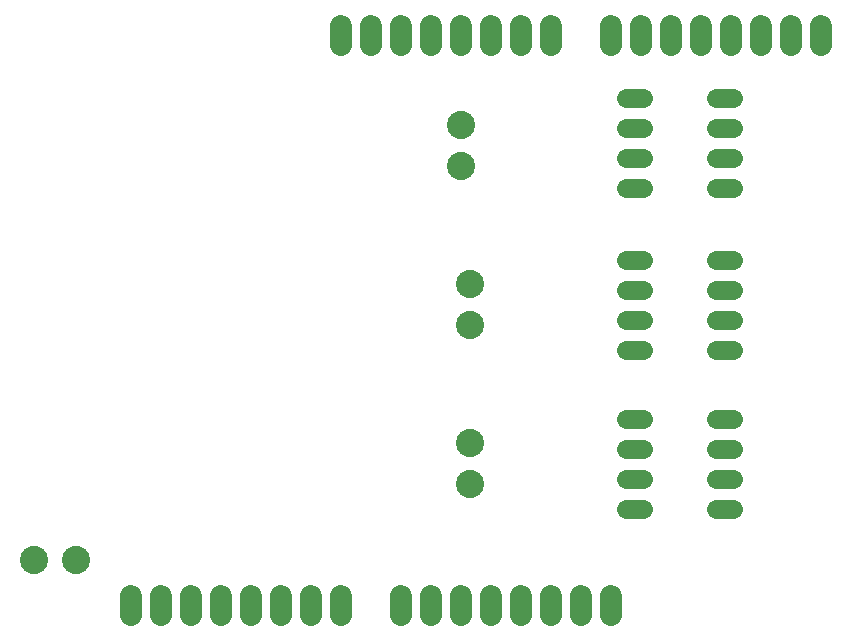
<source format=gbs>
G75*
%MOIN*%
%OFA0B0*%
%FSLAX25Y25*%
%IPPOS*%
%LPD*%
%AMOC8*
5,1,8,0,0,1.08239X$1,22.5*
%
%ADD10C,0.07200*%
%ADD11C,0.06400*%
%ADD12C,0.09400*%
D10*
X0061256Y0015300D02*
X0061256Y0021700D01*
X0071256Y0021700D02*
X0071256Y0015300D01*
X0081256Y0015300D02*
X0081256Y0021700D01*
X0091256Y0021700D02*
X0091256Y0015300D01*
X0101256Y0015300D02*
X0101256Y0021700D01*
X0111256Y0021700D02*
X0111256Y0015300D01*
X0121256Y0015300D02*
X0121256Y0021700D01*
X0131256Y0021700D02*
X0131256Y0015300D01*
X0151256Y0015300D02*
X0151256Y0021700D01*
X0161256Y0021700D02*
X0161256Y0015300D01*
X0171256Y0015300D02*
X0171256Y0021700D01*
X0181256Y0021700D02*
X0181256Y0015300D01*
X0191256Y0015300D02*
X0191256Y0021700D01*
X0201256Y0021700D02*
X0201256Y0015300D01*
X0211256Y0015300D02*
X0211256Y0021700D01*
X0221256Y0021700D02*
X0221256Y0015300D01*
X0221256Y0205300D02*
X0221256Y0211700D01*
X0231256Y0211700D02*
X0231256Y0205300D01*
X0241256Y0205300D02*
X0241256Y0211700D01*
X0251256Y0211700D02*
X0251256Y0205300D01*
X0261256Y0205300D02*
X0261256Y0211700D01*
X0271256Y0211700D02*
X0271256Y0205300D01*
X0281256Y0205300D02*
X0281256Y0211700D01*
X0291256Y0211700D02*
X0291256Y0205300D01*
X0201256Y0205300D02*
X0201256Y0211700D01*
X0191256Y0211700D02*
X0191256Y0205300D01*
X0181256Y0205300D02*
X0181256Y0211700D01*
X0171256Y0211700D02*
X0171256Y0205300D01*
X0161256Y0205300D02*
X0161256Y0211700D01*
X0151256Y0211700D02*
X0151256Y0205300D01*
X0141256Y0205300D02*
X0141256Y0211700D01*
X0131256Y0211700D02*
X0131256Y0205300D01*
D11*
X0226456Y0187500D02*
X0232056Y0187500D01*
X0232056Y0177500D02*
X0226456Y0177500D01*
X0226456Y0167500D02*
X0232056Y0167500D01*
X0232056Y0157500D02*
X0226456Y0157500D01*
X0226456Y0133500D02*
X0232056Y0133500D01*
X0232056Y0123500D02*
X0226456Y0123500D01*
X0226456Y0113500D02*
X0232056Y0113500D01*
X0232056Y0103500D02*
X0226456Y0103500D01*
X0226456Y0080500D02*
X0232056Y0080500D01*
X0232056Y0070500D02*
X0226456Y0070500D01*
X0226456Y0060500D02*
X0232056Y0060500D01*
X0232056Y0050500D02*
X0226456Y0050500D01*
X0256456Y0050500D02*
X0262056Y0050500D01*
X0262056Y0060500D02*
X0256456Y0060500D01*
X0256456Y0070500D02*
X0262056Y0070500D01*
X0262056Y0080500D02*
X0256456Y0080500D01*
X0256456Y0103500D02*
X0262056Y0103500D01*
X0262056Y0113500D02*
X0256456Y0113500D01*
X0256456Y0123500D02*
X0262056Y0123500D01*
X0262056Y0133500D02*
X0256456Y0133500D01*
X0256456Y0157500D02*
X0262056Y0157500D01*
X0262056Y0167500D02*
X0256456Y0167500D01*
X0256456Y0177500D02*
X0262056Y0177500D01*
X0262056Y0187500D02*
X0256456Y0187500D01*
D12*
X0029169Y0033500D03*
X0042949Y0033500D03*
X0174256Y0058807D03*
X0174256Y0072587D03*
X0174256Y0111807D03*
X0174256Y0125587D03*
X0171256Y0164807D03*
X0171256Y0178587D03*
M02*

</source>
